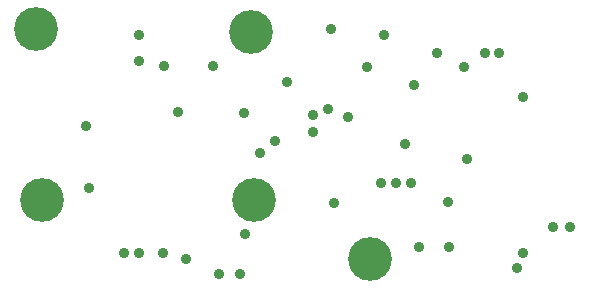
<source format=gbs>
%FSLAX42Y42*%
%MOMM*%
G71*
G01*
G75*
G04 Layer_Color=16711935*
%ADD10R,5.00X2.20*%
%ADD11R,1.50X2.00*%
G04:AMPARAMS|DCode=12|XSize=1mm|YSize=0.9mm|CornerRadius=0.11mm|HoleSize=0mm|Usage=FLASHONLY|Rotation=0.000|XOffset=0mm|YOffset=0mm|HoleType=Round|Shape=RoundedRectangle|*
%AMROUNDEDRECTD12*
21,1,1.00,0.68,0,0,0.0*
21,1,0.78,0.90,0,0,0.0*
1,1,0.23,0.39,-0.34*
1,1,0.23,-0.39,-0.34*
1,1,0.23,-0.39,0.34*
1,1,0.23,0.39,0.34*
%
%ADD12ROUNDEDRECTD12*%
%ADD13R,1.30X2.40*%
%ADD14R,2.00X2.50*%
G04:AMPARAMS|DCode=15|XSize=1mm|YSize=0.9mm|CornerRadius=0.11mm|HoleSize=0mm|Usage=FLASHONLY|Rotation=90.000|XOffset=0mm|YOffset=0mm|HoleType=Round|Shape=RoundedRectangle|*
%AMROUNDEDRECTD15*
21,1,1.00,0.68,0,0,90.0*
21,1,0.78,0.90,0,0,90.0*
1,1,0.23,0.34,0.39*
1,1,0.23,0.34,-0.39*
1,1,0.23,-0.34,-0.39*
1,1,0.23,-0.34,0.39*
%
%ADD15ROUNDEDRECTD15*%
%ADD16O,0.64X2.03*%
%ADD17R,0.64X2.03*%
G04:AMPARAMS|DCode=18|XSize=0.6mm|YSize=1mm|CornerRadius=0.08mm|HoleSize=0mm|Usage=FLASHONLY|Rotation=180.000|XOffset=0mm|YOffset=0mm|HoleType=Round|Shape=RoundedRectangle|*
%AMROUNDEDRECTD18*
21,1,0.60,0.85,0,0,180.0*
21,1,0.45,1.00,0,0,180.0*
1,1,0.15,-0.23,0.42*
1,1,0.15,0.23,0.42*
1,1,0.15,0.23,-0.42*
1,1,0.15,-0.23,-0.42*
%
%ADD18ROUNDEDRECTD18*%
%ADD19R,2.00X1.50*%
G04:AMPARAMS|DCode=20|XSize=0.6mm|YSize=1mm|CornerRadius=0.08mm|HoleSize=0mm|Usage=FLASHONLY|Rotation=270.000|XOffset=0mm|YOffset=0mm|HoleType=Round|Shape=RoundedRectangle|*
%AMROUNDEDRECTD20*
21,1,0.60,0.85,0,0,270.0*
21,1,0.45,1.00,0,0,270.0*
1,1,0.15,-0.42,-0.23*
1,1,0.15,-0.42,0.23*
1,1,0.15,0.42,0.23*
1,1,0.15,0.42,-0.23*
%
%ADD20ROUNDEDRECTD20*%
%ADD21O,0.30X1.80*%
%ADD22O,1.80X0.30*%
G04:AMPARAMS|DCode=23|XSize=3.5mm|YSize=1.4mm|CornerRadius=0.17mm|HoleSize=0mm|Usage=FLASHONLY|Rotation=270.000|XOffset=0mm|YOffset=0mm|HoleType=Round|Shape=RoundedRectangle|*
%AMROUNDEDRECTD23*
21,1,3.50,1.05,0,0,270.0*
21,1,3.15,1.40,0,0,270.0*
1,1,0.35,-0.53,-1.57*
1,1,0.35,-0.53,1.57*
1,1,0.35,0.53,1.57*
1,1,0.35,0.53,-1.57*
%
%ADD23ROUNDEDRECTD23*%
G04:AMPARAMS|DCode=24|XSize=0.8mm|YSize=0.8mm|CornerRadius=0.1mm|HoleSize=0mm|Usage=FLASHONLY|Rotation=90.000|XOffset=0mm|YOffset=0mm|HoleType=Round|Shape=RoundedRectangle|*
%AMROUNDEDRECTD24*
21,1,0.80,0.60,0,0,90.0*
21,1,0.60,0.80,0,0,90.0*
1,1,0.20,0.30,0.30*
1,1,0.20,0.30,-0.30*
1,1,0.20,-0.30,-0.30*
1,1,0.20,-0.30,0.30*
%
%ADD24ROUNDEDRECTD24*%
G04:AMPARAMS|DCode=25|XSize=1.3mm|YSize=0.8mm|CornerRadius=0.1mm|HoleSize=0mm|Usage=FLASHONLY|Rotation=180.000|XOffset=0mm|YOffset=0mm|HoleType=Round|Shape=RoundedRectangle|*
%AMROUNDEDRECTD25*
21,1,1.30,0.60,0,0,180.0*
21,1,1.10,0.80,0,0,180.0*
1,1,0.20,-0.55,0.30*
1,1,0.20,0.55,0.30*
1,1,0.20,0.55,-0.30*
1,1,0.20,-0.55,-0.30*
%
%ADD25ROUNDEDRECTD25*%
G04:AMPARAMS|DCode=26|XSize=1.4mm|YSize=1mm|CornerRadius=0.13mm|HoleSize=0mm|Usage=FLASHONLY|Rotation=270.000|XOffset=0mm|YOffset=0mm|HoleType=Round|Shape=RoundedRectangle|*
%AMROUNDEDRECTD26*
21,1,1.40,0.75,0,0,270.0*
21,1,1.15,1.00,0,0,270.0*
1,1,0.25,-0.38,-0.57*
1,1,0.25,-0.38,0.57*
1,1,0.25,0.38,0.57*
1,1,0.25,0.38,-0.57*
%
%ADD26ROUNDEDRECTD26*%
%ADD27R,2.50X2.00*%
G04:AMPARAMS|DCode=28|XSize=3.5mm|YSize=1.4mm|CornerRadius=0.17mm|HoleSize=0mm|Usage=FLASHONLY|Rotation=180.000|XOffset=0mm|YOffset=0mm|HoleType=Round|Shape=RoundedRectangle|*
%AMROUNDEDRECTD28*
21,1,3.50,1.05,0,0,180.0*
21,1,3.15,1.40,0,0,180.0*
1,1,0.35,-1.57,0.53*
1,1,0.35,1.57,0.53*
1,1,0.35,1.57,-0.53*
1,1,0.35,-1.57,-0.53*
%
%ADD28ROUNDEDRECTD28*%
G04:AMPARAMS|DCode=29|XSize=1.4mm|YSize=1mm|CornerRadius=0.13mm|HoleSize=0mm|Usage=FLASHONLY|Rotation=0.000|XOffset=0mm|YOffset=0mm|HoleType=Round|Shape=RoundedRectangle|*
%AMROUNDEDRECTD29*
21,1,1.40,0.75,0,0,0.0*
21,1,1.15,1.00,0,0,0.0*
1,1,0.25,0.57,-0.38*
1,1,0.25,-0.57,-0.38*
1,1,0.25,-0.57,0.38*
1,1,0.25,0.57,0.38*
%
%ADD29ROUNDEDRECTD29*%
%ADD30C,0.30*%
%ADD31C,0.50*%
%ADD32C,0.70*%
%ADD33C,3.50*%
%ADD34C,0.70*%
%ADD35C,0.20*%
%ADD36C,0.38*%
%ADD37C,0.25*%
%ADD38C,0.13*%
%ADD39C,0.15*%
%ADD40R,5.20X2.40*%
%ADD41R,1.70X2.20*%
G04:AMPARAMS|DCode=42|XSize=1.2mm|YSize=1.1mm|CornerRadius=0.21mm|HoleSize=0mm|Usage=FLASHONLY|Rotation=0.000|XOffset=0mm|YOffset=0mm|HoleType=Round|Shape=RoundedRectangle|*
%AMROUNDEDRECTD42*
21,1,1.20,0.68,0,0,0.0*
21,1,0.78,1.10,0,0,0.0*
1,1,0.42,0.39,-0.34*
1,1,0.42,-0.39,-0.34*
1,1,0.42,-0.39,0.34*
1,1,0.42,0.39,0.34*
%
%ADD42ROUNDEDRECTD42*%
%ADD43R,1.50X2.60*%
%ADD44R,2.20X2.70*%
G04:AMPARAMS|DCode=45|XSize=1.2mm|YSize=1.1mm|CornerRadius=0.21mm|HoleSize=0mm|Usage=FLASHONLY|Rotation=90.000|XOffset=0mm|YOffset=0mm|HoleType=Round|Shape=RoundedRectangle|*
%AMROUNDEDRECTD45*
21,1,1.20,0.68,0,0,90.0*
21,1,0.78,1.10,0,0,90.0*
1,1,0.42,0.34,0.39*
1,1,0.42,0.34,-0.39*
1,1,0.42,-0.34,-0.39*
1,1,0.42,-0.34,0.39*
%
%ADD45ROUNDEDRECTD45*%
%ADD46O,0.83X2.23*%
%ADD47R,0.83X2.23*%
G04:AMPARAMS|DCode=48|XSize=0.8mm|YSize=1.2mm|CornerRadius=0.17mm|HoleSize=0mm|Usage=FLASHONLY|Rotation=180.000|XOffset=0mm|YOffset=0mm|HoleType=Round|Shape=RoundedRectangle|*
%AMROUNDEDRECTD48*
21,1,0.80,0.85,0,0,180.0*
21,1,0.45,1.20,0,0,180.0*
1,1,0.35,-0.23,0.42*
1,1,0.35,0.23,0.42*
1,1,0.35,0.23,-0.42*
1,1,0.35,-0.23,-0.42*
%
%ADD48ROUNDEDRECTD48*%
%ADD49R,2.20X1.70*%
G04:AMPARAMS|DCode=50|XSize=0.8mm|YSize=1.2mm|CornerRadius=0.17mm|HoleSize=0mm|Usage=FLASHONLY|Rotation=270.000|XOffset=0mm|YOffset=0mm|HoleType=Round|Shape=RoundedRectangle|*
%AMROUNDEDRECTD50*
21,1,0.80,0.85,0,0,270.0*
21,1,0.45,1.20,0,0,270.0*
1,1,0.35,-0.42,-0.23*
1,1,0.35,-0.42,0.23*
1,1,0.35,0.42,0.23*
1,1,0.35,0.42,-0.23*
%
%ADD50ROUNDEDRECTD50*%
%ADD51O,0.50X2.00*%
%ADD52O,2.00X0.50*%
G04:AMPARAMS|DCode=53|XSize=3.7mm|YSize=1.6mm|CornerRadius=0.28mm|HoleSize=0mm|Usage=FLASHONLY|Rotation=270.000|XOffset=0mm|YOffset=0mm|HoleType=Round|Shape=RoundedRectangle|*
%AMROUNDEDRECTD53*
21,1,3.70,1.05,0,0,270.0*
21,1,3.15,1.60,0,0,270.0*
1,1,0.55,-0.53,-1.57*
1,1,0.55,-0.53,1.57*
1,1,0.55,0.53,1.57*
1,1,0.55,0.53,-1.57*
%
%ADD53ROUNDEDRECTD53*%
G04:AMPARAMS|DCode=54|XSize=1mm|YSize=1mm|CornerRadius=0.2mm|HoleSize=0mm|Usage=FLASHONLY|Rotation=90.000|XOffset=0mm|YOffset=0mm|HoleType=Round|Shape=RoundedRectangle|*
%AMROUNDEDRECTD54*
21,1,1.00,0.60,0,0,90.0*
21,1,0.60,1.00,0,0,90.0*
1,1,0.40,0.30,0.30*
1,1,0.40,0.30,-0.30*
1,1,0.40,-0.30,-0.30*
1,1,0.40,-0.30,0.30*
%
%ADD54ROUNDEDRECTD54*%
G04:AMPARAMS|DCode=55|XSize=1.5mm|YSize=1mm|CornerRadius=0.2mm|HoleSize=0mm|Usage=FLASHONLY|Rotation=180.000|XOffset=0mm|YOffset=0mm|HoleType=Round|Shape=RoundedRectangle|*
%AMROUNDEDRECTD55*
21,1,1.50,0.60,0,0,180.0*
21,1,1.10,1.00,0,0,180.0*
1,1,0.40,-0.55,0.30*
1,1,0.40,0.55,0.30*
1,1,0.40,0.55,-0.30*
1,1,0.40,-0.55,-0.30*
%
%ADD55ROUNDEDRECTD55*%
G04:AMPARAMS|DCode=56|XSize=1.6mm|YSize=1.2mm|CornerRadius=0.23mm|HoleSize=0mm|Usage=FLASHONLY|Rotation=270.000|XOffset=0mm|YOffset=0mm|HoleType=Round|Shape=RoundedRectangle|*
%AMROUNDEDRECTD56*
21,1,1.60,0.75,0,0,270.0*
21,1,1.15,1.20,0,0,270.0*
1,1,0.45,-0.38,-0.57*
1,1,0.45,-0.38,0.57*
1,1,0.45,0.38,0.57*
1,1,0.45,0.38,-0.57*
%
%ADD56ROUNDEDRECTD56*%
%ADD57R,2.70X2.20*%
G04:AMPARAMS|DCode=58|XSize=3.7mm|YSize=1.6mm|CornerRadius=0.28mm|HoleSize=0mm|Usage=FLASHONLY|Rotation=180.000|XOffset=0mm|YOffset=0mm|HoleType=Round|Shape=RoundedRectangle|*
%AMROUNDEDRECTD58*
21,1,3.70,1.05,0,0,180.0*
21,1,3.15,1.60,0,0,180.0*
1,1,0.55,-1.57,0.53*
1,1,0.55,1.57,0.53*
1,1,0.55,1.57,-0.53*
1,1,0.55,-1.57,-0.53*
%
%ADD58ROUNDEDRECTD58*%
G04:AMPARAMS|DCode=59|XSize=1.6mm|YSize=1.2mm|CornerRadius=0.23mm|HoleSize=0mm|Usage=FLASHONLY|Rotation=0.000|XOffset=0mm|YOffset=0mm|HoleType=Round|Shape=RoundedRectangle|*
%AMROUNDEDRECTD59*
21,1,1.60,0.75,0,0,0.0*
21,1,1.15,1.20,0,0,0.0*
1,1,0.45,0.57,-0.38*
1,1,0.45,-0.57,-0.38*
1,1,0.45,-0.57,0.38*
1,1,0.45,0.57,0.38*
%
%ADD59ROUNDEDRECTD59*%
%ADD60C,3.70*%
%ADD61C,0.90*%
D60*
X3825Y3675D02*
D03*
X2025D02*
D03*
X4800Y3175D02*
D03*
X3800Y5100D02*
D03*
X1975Y5125D02*
D03*
D61*
X3060Y4810D02*
D03*
X3740Y4410D02*
D03*
X5175Y4650D02*
D03*
X4475Y5125D02*
D03*
X4925Y5075D02*
D03*
X5100Y4150D02*
D03*
X3175Y4425D02*
D03*
X4500Y3650D02*
D03*
X5375Y4925D02*
D03*
X2850Y3225D02*
D03*
X2725D02*
D03*
X3742Y3393D02*
D03*
X3875Y4075D02*
D03*
X3250Y3175D02*
D03*
X4450Y4450D02*
D03*
X4325Y4400D02*
D03*
Y4250D02*
D03*
X5215Y3281D02*
D03*
X5025Y3825D02*
D03*
X5475Y3275D02*
D03*
X3475Y4810D02*
D03*
X3525Y3050D02*
D03*
X3700D02*
D03*
X4615Y4381D02*
D03*
X5466Y3663D02*
D03*
X4100Y4675D02*
D03*
X2850Y4850D02*
D03*
X4000Y4175D02*
D03*
X3050Y3225D02*
D03*
X2400Y4300D02*
D03*
X6050Y3100D02*
D03*
X4900Y3825D02*
D03*
X5150D02*
D03*
X6100Y4550D02*
D03*
X6500Y3450D02*
D03*
X6350D02*
D03*
X4775Y4800D02*
D03*
X5775Y4925D02*
D03*
X5900D02*
D03*
X5600Y4800D02*
D03*
X5625Y4025D02*
D03*
X2850Y5075D02*
D03*
X6100Y3225D02*
D03*
X2425Y3775D02*
D03*
M02*

</source>
